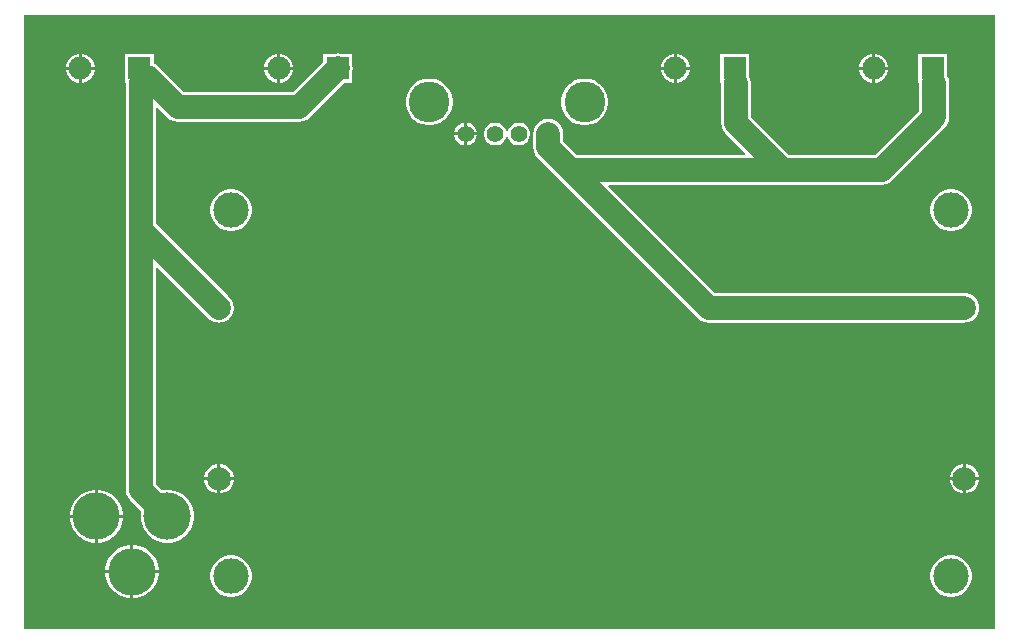
<source format=gtl>
G04*
G04 #@! TF.GenerationSoftware,Altium Limited,Altium Designer,23.4.1 (23)*
G04*
G04 Layer_Physical_Order=1*
G04 Layer_Color=255*
%FSLAX44Y44*%
%MOMM*%
G71*
G04*
G04 #@! TF.SameCoordinates,7CF3785F-2CE0-4CD5-9ED0-889279B7210F*
G04*
G04*
G04 #@! TF.FilePolarity,Positive*
G04*
G01*
G75*
%ADD12C,0.2540*%
%ADD20C,2.0000*%
%ADD21C,1.4200*%
%ADD22C,3.4500*%
%ADD23R,1.9500X1.9500*%
%ADD24C,1.9500*%
%ADD25C,4.0000*%
%ADD26C,2.0000*%
%ADD27C,3.0000*%
G36*
X945515Y10160D02*
X123490D01*
Y529590D01*
X945515D01*
Y10160D01*
D02*
G37*
%LPC*%
G36*
X844428Y496850D02*
X844080D01*
Y485830D01*
X855100D01*
Y486178D01*
X854263Y489304D01*
X852645Y492107D01*
X850356Y494395D01*
X847554Y496013D01*
X844428Y496850D01*
D02*
G37*
G36*
X676471D02*
X676123D01*
Y485830D01*
X687143D01*
Y486178D01*
X686305Y489304D01*
X684687Y492107D01*
X682399Y494395D01*
X679596Y496013D01*
X676471Y496850D01*
D02*
G37*
G36*
X340556D02*
X340208D01*
Y485830D01*
X351228D01*
Y486178D01*
X350390Y489304D01*
X348772Y492107D01*
X346484Y494395D01*
X343681Y496013D01*
X340556Y496850D01*
D02*
G37*
G36*
X172598D02*
X172250D01*
Y485830D01*
X183270D01*
Y486178D01*
X182433Y489304D01*
X180814Y492107D01*
X178526Y494395D01*
X175724Y496013D01*
X172598Y496850D01*
D02*
G37*
G36*
X337668D02*
X337320D01*
X334194Y496013D01*
X331391Y494395D01*
X329103Y492107D01*
X327485Y489304D01*
X326648Y486178D01*
Y485830D01*
X337668D01*
Y496850D01*
D02*
G37*
G36*
X841540D02*
X841192D01*
X838066Y496013D01*
X835264Y494395D01*
X832976Y492107D01*
X831358Y489304D01*
X830520Y486178D01*
Y485830D01*
X841540D01*
Y496850D01*
D02*
G37*
G36*
X673583D02*
X673235D01*
X670109Y496013D01*
X667306Y494395D01*
X665018Y492107D01*
X663400Y489304D01*
X662563Y486178D01*
Y485830D01*
X673583D01*
Y496850D01*
D02*
G37*
G36*
X169710D02*
X169362D01*
X166236Y496013D01*
X163434Y494395D01*
X161146Y492107D01*
X159528Y489304D01*
X158690Y486178D01*
Y485830D01*
X169710D01*
Y496850D01*
D02*
G37*
G36*
X855100Y483290D02*
X844080D01*
Y472270D01*
X844428D01*
X847554Y473108D01*
X850356Y474726D01*
X852645Y477014D01*
X854263Y479817D01*
X855100Y482942D01*
Y483290D01*
D02*
G37*
G36*
X841540D02*
X830520D01*
Y482942D01*
X831358Y479817D01*
X832976Y477014D01*
X835264Y474726D01*
X838066Y473108D01*
X841192Y472270D01*
X841540D01*
Y483290D01*
D02*
G37*
G36*
X687143D02*
X676123D01*
Y472270D01*
X676471D01*
X679596Y473108D01*
X682399Y474726D01*
X684687Y477014D01*
X686305Y479817D01*
X687143Y482942D01*
Y483290D01*
D02*
G37*
G36*
X673583D02*
X662563D01*
Y482942D01*
X663400Y479817D01*
X665018Y477014D01*
X667306Y474726D01*
X670109Y473108D01*
X673235Y472270D01*
X673583D01*
Y483290D01*
D02*
G37*
G36*
X351228D02*
X340208D01*
Y472270D01*
X340556D01*
X343681Y473108D01*
X346484Y474726D01*
X348772Y477014D01*
X350390Y479817D01*
X351228Y482942D01*
Y483290D01*
D02*
G37*
G36*
X337668D02*
X326648D01*
Y482942D01*
X327485Y479817D01*
X329103Y477014D01*
X331391Y474726D01*
X334194Y473108D01*
X337320Y472270D01*
X337668D01*
Y483290D01*
D02*
G37*
G36*
X183270D02*
X172250D01*
Y472270D01*
X172598D01*
X175724Y473108D01*
X178526Y474726D01*
X180814Y477014D01*
X182433Y479817D01*
X183270Y482942D01*
Y483290D01*
D02*
G37*
G36*
X169710D02*
X158690D01*
Y482942D01*
X159528Y479817D01*
X161146Y477014D01*
X163434Y474726D01*
X166236Y473108D01*
X169362Y472270D01*
X169710D01*
Y483290D01*
D02*
G37*
G36*
X388937Y497209D02*
X386217Y496850D01*
X376647D01*
Y490158D01*
X351258Y464768D01*
X258659D01*
X236909Y486519D01*
X234289Y488529D01*
X233270Y488951D01*
Y496850D01*
X208690D01*
Y472270D01*
X209242D01*
X209602Y471860D01*
Y347980D01*
X209602Y347980D01*
X209602Y347980D01*
Y127790D01*
X209602Y127790D01*
X210033Y124516D01*
X211296Y121466D01*
X213306Y118846D01*
X222494Y109659D01*
X222090Y107630D01*
Y103190D01*
X222956Y98835D01*
X224655Y94733D01*
X227122Y91042D01*
X230262Y87902D01*
X233953Y85435D01*
X238055Y83736D01*
X242410Y82870D01*
X246850D01*
X251205Y83736D01*
X255307Y85435D01*
X258998Y87902D01*
X262138Y91042D01*
X264605Y94733D01*
X266304Y98835D01*
X267170Y103190D01*
Y107630D01*
X266304Y111985D01*
X264605Y116087D01*
X262138Y119778D01*
X258998Y122918D01*
X255307Y125385D01*
X251205Y127084D01*
X246850Y127950D01*
X242410D01*
X240381Y127546D01*
X234898Y133029D01*
Y315785D01*
X236071Y316271D01*
X279346Y272996D01*
X280004Y272492D01*
X280590Y271905D01*
X281308Y271491D01*
X281966Y270986D01*
X282732Y270669D01*
X283450Y270255D01*
X284250Y270040D01*
X285016Y269723D01*
X285838Y269615D01*
X286639Y269400D01*
X287468D01*
X288290Y269292D01*
X289112Y269400D01*
X289941D01*
X290742Y269615D01*
X291564Y269723D01*
X292330Y270040D01*
X293130Y270255D01*
X293848Y270669D01*
X294614Y270986D01*
X295272Y271491D01*
X295990Y271905D01*
X296576Y272492D01*
X297234Y272996D01*
X297738Y273654D01*
X298325Y274240D01*
X298739Y274958D01*
X299244Y275616D01*
X299561Y276382D01*
X299975Y277100D01*
X300190Y277901D01*
X300507Y278666D01*
X300615Y279488D01*
X300830Y280289D01*
Y281118D01*
X300938Y281940D01*
X300830Y282762D01*
Y283591D01*
X300616Y284392D01*
X300507Y285214D01*
X300190Y285980D01*
X299975Y286780D01*
X299561Y287498D01*
X299244Y288264D01*
X298739Y288922D01*
X298325Y289640D01*
X297738Y290226D01*
X297234Y290884D01*
X234898Y353219D01*
Y451095D01*
X236071Y451581D01*
X244477Y443176D01*
X247096Y441166D01*
X250147Y439903D01*
X253420Y439472D01*
X253420Y439472D01*
X356497D01*
X356497Y439472D01*
X359771Y439903D01*
X362821Y441166D01*
X365441Y443176D01*
X394535Y472270D01*
X401227D01*
Y481839D01*
X401586Y484560D01*
X401227Y487281D01*
Y496850D01*
X391658D01*
X388937Y497209D01*
D02*
G37*
G36*
X599779Y475940D02*
X595881D01*
X592057Y475179D01*
X588456Y473688D01*
X585215Y471522D01*
X582458Y468765D01*
X580292Y465524D01*
X578801Y461922D01*
X578040Y458099D01*
Y454201D01*
X578801Y450378D01*
X580292Y446776D01*
X582458Y443535D01*
X585215Y440778D01*
X588456Y438612D01*
X592057Y437121D01*
X595881Y436360D01*
X599779D01*
X603602Y437121D01*
X607204Y438612D01*
X610445Y440778D01*
X613202Y443535D01*
X615368Y446776D01*
X616860Y450378D01*
X617620Y454201D01*
Y458099D01*
X616860Y461922D01*
X615368Y465524D01*
X613202Y468765D01*
X610445Y471522D01*
X607204Y473688D01*
X603602Y475179D01*
X599779Y475940D01*
D02*
G37*
G36*
X468379D02*
X464481D01*
X460658Y475179D01*
X457056Y473688D01*
X453815Y471522D01*
X451058Y468765D01*
X448892Y465524D01*
X447401Y461922D01*
X446640Y458099D01*
Y454201D01*
X447401Y450378D01*
X448892Y446776D01*
X451058Y443535D01*
X453815Y440778D01*
X457056Y438612D01*
X460658Y437121D01*
X464481Y436360D01*
X468379D01*
X472202Y437121D01*
X475804Y438612D01*
X479045Y440778D01*
X481802Y443535D01*
X483968Y446776D01*
X485460Y450378D01*
X486220Y454201D01*
Y458099D01*
X485460Y461922D01*
X483968Y465524D01*
X481802Y468765D01*
X479045Y471522D01*
X475804Y473688D01*
X472202Y475179D01*
X468379Y475940D01*
D02*
G37*
G36*
X543399Y438690D02*
X540861D01*
X538409Y438033D01*
X536211Y436764D01*
X534416Y434969D01*
X533147Y432771D01*
X532787Y431429D01*
X531473D01*
X531113Y432771D01*
X529844Y434969D01*
X528049Y436764D01*
X525851Y438033D01*
X523399Y438690D01*
X520861D01*
X518409Y438033D01*
X516211Y436764D01*
X514416Y434969D01*
X513147Y432771D01*
X512490Y430319D01*
Y427781D01*
X513147Y425329D01*
X514416Y423131D01*
X516211Y421336D01*
X518409Y420067D01*
X520861Y419410D01*
X523399D01*
X525851Y420067D01*
X528049Y421336D01*
X529844Y423131D01*
X531113Y425329D01*
X531473Y426671D01*
X532787D01*
X533147Y425329D01*
X534416Y423131D01*
X536211Y421336D01*
X538409Y420067D01*
X540861Y419410D01*
X543399D01*
X545851Y420067D01*
X548049Y421336D01*
X549844Y423131D01*
X551113Y425329D01*
X551770Y427781D01*
Y430319D01*
X551113Y432771D01*
X549844Y434969D01*
X548049Y436764D01*
X545851Y438033D01*
X543399Y438690D01*
D02*
G37*
G36*
X498400Y438690D02*
Y430320D01*
X506770D01*
X506113Y432771D01*
X504844Y434969D01*
X503049Y436764D01*
X500851Y438033D01*
X498400Y438690D01*
D02*
G37*
G36*
X495860Y438690D02*
X493409Y438033D01*
X491211Y436764D01*
X489416Y434969D01*
X488147Y432771D01*
X487490Y430320D01*
X495860D01*
Y438690D01*
D02*
G37*
G36*
X506770Y427780D02*
X498400D01*
Y419410D01*
X500851Y420067D01*
X503049Y421336D01*
X504844Y423131D01*
X506113Y425329D01*
X506770Y427780D01*
D02*
G37*
G36*
X495860D02*
X487490D01*
X488147Y425329D01*
X489416Y423131D01*
X491211Y421336D01*
X493409Y420067D01*
X495860Y419410D01*
Y427780D01*
D02*
G37*
G36*
X905100Y496850D02*
X880520D01*
Y472270D01*
X881072D01*
X881432Y471860D01*
Y448469D01*
X844391Y411428D01*
X771049D01*
X738771Y443707D01*
Y471860D01*
X738340Y475134D01*
X737142Y478024D01*
Y496850D01*
X712562D01*
Y472270D01*
X713115D01*
X713474Y471860D01*
Y438468D01*
X713474Y438467D01*
X713905Y435194D01*
X715169Y432143D01*
X717179Y429524D01*
X734101Y412602D01*
X733615Y411428D01*
X591209D01*
X579778Y422859D01*
Y429050D01*
X579347Y432324D01*
X578084Y435374D01*
X576074Y437994D01*
X573454Y440004D01*
X570404Y441267D01*
X567130Y441698D01*
X563856Y441267D01*
X560806Y440004D01*
X558186Y437994D01*
X556176Y435374D01*
X554913Y432324D01*
X554482Y429050D01*
Y417620D01*
X554482Y417620D01*
X554913Y414346D01*
X556176Y411296D01*
X558186Y408676D01*
X577026Y389836D01*
X693866Y272997D01*
X693866Y272996D01*
X696486Y270986D01*
X699536Y269723D01*
X702810Y269292D01*
X919480D01*
X920302Y269400D01*
X921131D01*
X921932Y269615D01*
X922754Y269723D01*
X923520Y270040D01*
X924320Y270255D01*
X925038Y270669D01*
X925804Y270986D01*
X926462Y271491D01*
X927180Y271905D01*
X927766Y272492D01*
X928424Y272996D01*
X928928Y273654D01*
X929514Y274240D01*
X929929Y274958D01*
X930434Y275616D01*
X930751Y276382D01*
X931165Y277100D01*
X931380Y277901D01*
X931697Y278666D01*
X931805Y279488D01*
X932020Y280289D01*
Y281118D01*
X932128Y281940D01*
X932020Y282762D01*
Y283591D01*
X931805Y284392D01*
X931697Y285214D01*
X931380Y285979D01*
X931165Y286780D01*
X930751Y287498D01*
X930434Y288264D01*
X929929Y288922D01*
X929514Y289640D01*
X928928Y290226D01*
X928424Y290884D01*
X927766Y291388D01*
X927180Y291975D01*
X926462Y292389D01*
X925804Y292894D01*
X925038Y293211D01*
X924320Y293625D01*
X923520Y293840D01*
X922754Y294157D01*
X921932Y294265D01*
X921131Y294480D01*
X920302D01*
X919480Y294588D01*
X708049D01*
X617679Y384958D01*
X618165Y386132D01*
X765810D01*
X765810Y386132D01*
X765810Y386132D01*
X849630D01*
X849630Y386132D01*
X852904Y386563D01*
X855954Y387826D01*
X858574Y389836D01*
X903024Y434286D01*
X903024Y434286D01*
X905034Y436906D01*
X906297Y439956D01*
X906728Y443230D01*
X906728Y443230D01*
Y471860D01*
X906297Y475134D01*
X905100Y478024D01*
Y496850D01*
D02*
G37*
G36*
X909778Y382030D02*
X906323D01*
X902934Y381356D01*
X899742Y380034D01*
X896869Y378114D01*
X894426Y375671D01*
X892507Y372798D01*
X891185Y369606D01*
X890510Y366217D01*
Y362762D01*
X891185Y359374D01*
X892507Y356182D01*
X894426Y353309D01*
X896869Y350866D01*
X899742Y348946D01*
X902934Y347624D01*
X906323Y346950D01*
X909778D01*
X913167Y347624D01*
X916359Y348946D01*
X919232Y350866D01*
X921675Y353309D01*
X923594Y356182D01*
X924916Y359374D01*
X925591Y362762D01*
Y366217D01*
X924916Y369606D01*
X923594Y372798D01*
X921675Y375671D01*
X919232Y378114D01*
X916359Y380034D01*
X913167Y381356D01*
X909778Y382030D01*
D02*
G37*
G36*
X300178D02*
X296723D01*
X293334Y381356D01*
X290142Y380034D01*
X287269Y378114D01*
X284826Y375671D01*
X282907Y372798D01*
X281585Y369606D01*
X280910Y366217D01*
Y362762D01*
X281585Y359374D01*
X282907Y356182D01*
X284826Y353309D01*
X287269Y350866D01*
X290142Y348946D01*
X293334Y347624D01*
X296723Y346950D01*
X300178D01*
X303567Y347624D01*
X306759Y348946D01*
X309632Y350866D01*
X312075Y353309D01*
X313994Y356182D01*
X315316Y359374D01*
X315991Y362762D01*
Y366217D01*
X315316Y369606D01*
X313994Y372798D01*
X312075Y375671D01*
X309632Y378114D01*
X306759Y380034D01*
X303567Y381356D01*
X300178Y382030D01*
D02*
G37*
G36*
X921131Y149700D02*
X920750D01*
Y138430D01*
X932020D01*
Y138811D01*
X931165Y142000D01*
X929514Y144860D01*
X927180Y147194D01*
X924320Y148845D01*
X921131Y149700D01*
D02*
G37*
G36*
X918210D02*
X917829D01*
X914640Y148845D01*
X911780Y147194D01*
X909445Y144860D01*
X907795Y142000D01*
X906940Y138811D01*
Y138430D01*
X918210D01*
Y149700D01*
D02*
G37*
G36*
X289941D02*
X289560D01*
Y138430D01*
X300830D01*
Y138811D01*
X299975Y142000D01*
X298325Y144860D01*
X295990Y147194D01*
X293130Y148845D01*
X289941Y149700D01*
D02*
G37*
G36*
X287020D02*
X286639D01*
X283450Y148845D01*
X280590Y147194D01*
X278256Y144860D01*
X276605Y142000D01*
X275750Y138811D01*
Y138430D01*
X287020D01*
Y149700D01*
D02*
G37*
G36*
X932020Y135890D02*
X920750D01*
Y124620D01*
X921131D01*
X924320Y125475D01*
X927180Y127126D01*
X929514Y129460D01*
X931165Y132320D01*
X932020Y135509D01*
Y135890D01*
D02*
G37*
G36*
X918210D02*
X906940D01*
Y135509D01*
X907795Y132320D01*
X909445Y129460D01*
X911780Y127126D01*
X914640Y125475D01*
X917829Y124620D01*
X918210D01*
Y135890D01*
D02*
G37*
G36*
X300830D02*
X289560D01*
Y124620D01*
X289941D01*
X293130Y125475D01*
X295990Y127126D01*
X298325Y129460D01*
X299975Y132320D01*
X300830Y135509D01*
Y135890D01*
D02*
G37*
G36*
X287020D02*
X275750D01*
Y135509D01*
X276605Y132320D01*
X278256Y129460D01*
X280590Y127126D01*
X283450Y125475D01*
X286639Y124620D01*
X287020D01*
Y135890D01*
D02*
G37*
G36*
X186850Y127950D02*
X185900D01*
Y106680D01*
X207170D01*
Y107630D01*
X206304Y111985D01*
X204605Y116087D01*
X202138Y119778D01*
X198998Y122918D01*
X195307Y125385D01*
X191205Y127084D01*
X186850Y127950D01*
D02*
G37*
G36*
X183360D02*
X182410D01*
X178055Y127084D01*
X173953Y125385D01*
X170262Y122918D01*
X167122Y119778D01*
X164655Y116087D01*
X162956Y111985D01*
X162090Y107630D01*
Y106680D01*
X183360D01*
Y127950D01*
D02*
G37*
G36*
X207170Y104140D02*
X185900D01*
Y82870D01*
X186850D01*
X191205Y83736D01*
X195307Y85435D01*
X198998Y87902D01*
X202138Y91042D01*
X204605Y94733D01*
X206304Y98835D01*
X207170Y103190D01*
Y104140D01*
D02*
G37*
G36*
X183360D02*
X162090D01*
Y103190D01*
X162956Y98835D01*
X164655Y94733D01*
X167122Y91042D01*
X170262Y87902D01*
X173953Y85435D01*
X178055Y83736D01*
X182410Y82870D01*
X183360D01*
Y104140D01*
D02*
G37*
G36*
X216850Y80950D02*
X215900D01*
Y59680D01*
X237170D01*
Y60630D01*
X236304Y64985D01*
X234605Y69087D01*
X232138Y72778D01*
X228998Y75918D01*
X225307Y78385D01*
X221205Y80084D01*
X216850Y80950D01*
D02*
G37*
G36*
X213360D02*
X212410D01*
X208055Y80084D01*
X203953Y78385D01*
X200262Y75918D01*
X197122Y72778D01*
X194655Y69087D01*
X192956Y64985D01*
X192090Y60630D01*
Y59680D01*
X213360D01*
Y80950D01*
D02*
G37*
G36*
X909778Y72150D02*
X906323D01*
X902934Y71476D01*
X899742Y70154D01*
X896869Y68234D01*
X894426Y65791D01*
X892507Y62918D01*
X891185Y59726D01*
X890510Y56337D01*
Y52882D01*
X891185Y49494D01*
X892507Y46302D01*
X894426Y43429D01*
X896869Y40986D01*
X899742Y39066D01*
X902934Y37744D01*
X906323Y37070D01*
X909778D01*
X913167Y37744D01*
X916359Y39066D01*
X919232Y40986D01*
X921675Y43429D01*
X923594Y46302D01*
X924916Y49494D01*
X925591Y52882D01*
Y56337D01*
X924916Y59726D01*
X923594Y62918D01*
X921675Y65791D01*
X919232Y68234D01*
X916359Y70154D01*
X913167Y71476D01*
X909778Y72150D01*
D02*
G37*
G36*
X300178D02*
X296723D01*
X293334Y71476D01*
X290142Y70154D01*
X287269Y68234D01*
X284826Y65791D01*
X282907Y62918D01*
X281585Y59726D01*
X280910Y56337D01*
Y52882D01*
X281585Y49494D01*
X282907Y46302D01*
X284826Y43429D01*
X287269Y40986D01*
X290142Y39066D01*
X293334Y37744D01*
X296723Y37070D01*
X300178D01*
X303567Y37744D01*
X306759Y39066D01*
X309632Y40986D01*
X312075Y43429D01*
X313994Y46302D01*
X315316Y49494D01*
X315991Y52882D01*
Y56337D01*
X315316Y59726D01*
X313994Y62918D01*
X312075Y65791D01*
X309632Y68234D01*
X306759Y70154D01*
X303567Y71476D01*
X300178Y72150D01*
D02*
G37*
G36*
X237170Y57140D02*
X215900D01*
Y35870D01*
X216850D01*
X221205Y36736D01*
X225307Y38435D01*
X228998Y40902D01*
X232138Y44042D01*
X234605Y47733D01*
X236304Y51835D01*
X237170Y56190D01*
Y57140D01*
D02*
G37*
G36*
X213360D02*
X192090D01*
Y56190D01*
X192956Y51835D01*
X194655Y47733D01*
X197122Y44042D01*
X200262Y40902D01*
X203953Y38435D01*
X208055Y36736D01*
X212410Y35870D01*
X213360D01*
Y57140D01*
D02*
G37*
%LPD*%
D12*
X220980Y484560D02*
X227965Y477575D01*
D20*
X567130Y417620D02*
Y429050D01*
X356497Y452120D02*
X388937Y484560D01*
X227965Y477575D02*
X253420Y452120D01*
X356497D01*
X765810Y398780D02*
X849630D01*
X894080Y443230D01*
X585970Y398780D02*
X765810D01*
X726123Y438467D02*
X765810Y398780D01*
X726123Y438467D02*
Y471860D01*
X585970Y398780D02*
X702810Y281940D01*
X919480D01*
X894080Y443230D02*
Y471860D01*
X567130Y417620D02*
X585970Y398780D01*
X222250Y347980D02*
Y471860D01*
Y127790D02*
Y347980D01*
X288290Y281940D01*
X222250Y127790D02*
X244630Y105410D01*
D21*
X522130Y429050D02*
D03*
X542130D02*
D03*
X497130D02*
D03*
X567130D02*
D03*
D22*
X597830Y456150D02*
D03*
X466430D02*
D03*
D23*
X892810Y484560D02*
D03*
X724853D02*
D03*
X220980D02*
D03*
X388937D02*
D03*
D24*
X842810D02*
D03*
X674853D02*
D03*
X170980D02*
D03*
X338938D02*
D03*
D25*
X214630Y58410D02*
D03*
X244630Y105410D02*
D03*
X184630D02*
D03*
D26*
X919480Y137160D02*
D03*
X288290Y281940D02*
D03*
X919480D02*
D03*
X288290Y137160D02*
D03*
D27*
X298451Y54610D02*
D03*
X908051D02*
D03*
Y364490D02*
D03*
X298451D02*
D03*
M02*

</source>
